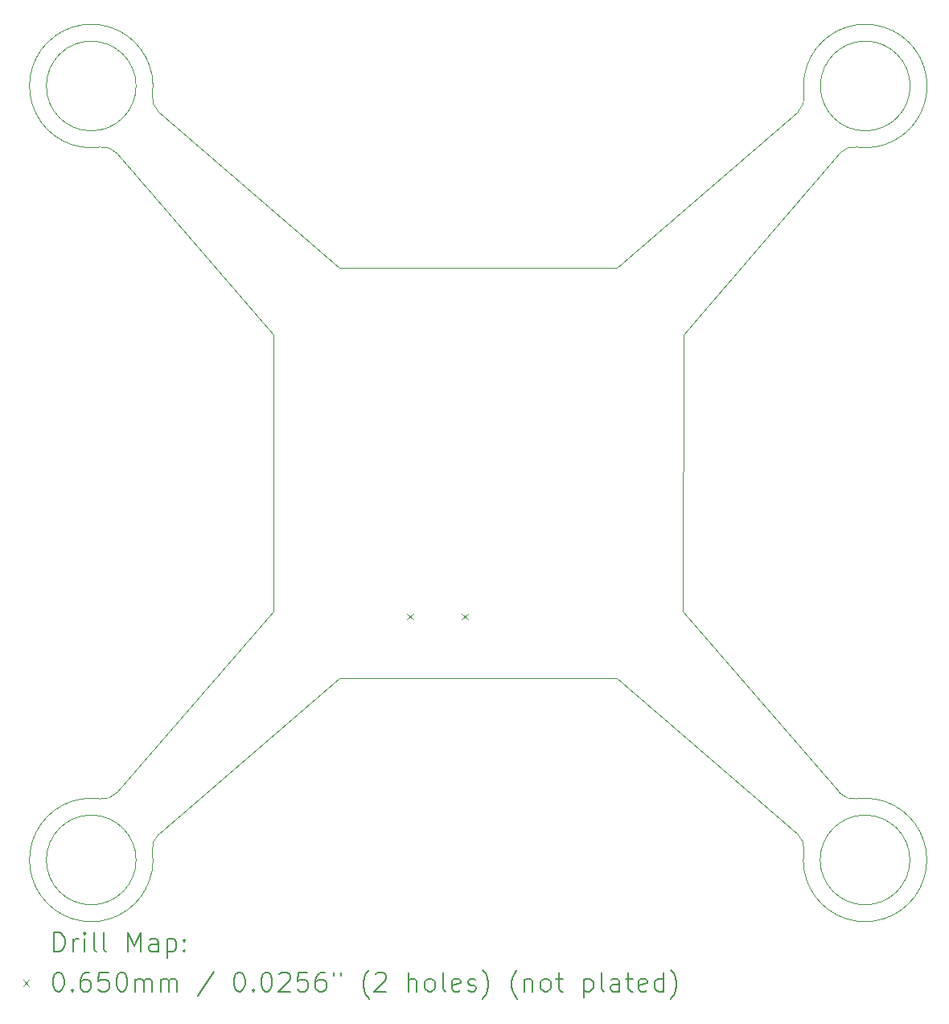
<source format=gbr>
%TF.GenerationSoftware,KiCad,Pcbnew,9.0.0*%
%TF.CreationDate,2025-04-10T22:34:47-07:00*%
%TF.ProjectId,HOPE_ESP32_Drone,484f5045-5f45-4535-9033-325f44726f6e,rev?*%
%TF.SameCoordinates,Original*%
%TF.FileFunction,Drillmap*%
%TF.FilePolarity,Positive*%
%FSLAX45Y45*%
G04 Gerber Fmt 4.5, Leading zero omitted, Abs format (unit mm)*
G04 Created by KiCad (PCBNEW 9.0.0) date 2025-04-10 22:34:47*
%MOMM*%
%LPD*%
G01*
G04 APERTURE LIST*
%ADD10C,0.100000*%
%ADD11C,0.050000*%
%ADD12C,0.049784*%
%ADD13C,0.200000*%
G04 APERTURE END LIST*
D10*
X9054870Y-11361660D02*
G75*
G02*
X8109990Y-11361660I-472440J0D01*
G01*
X8109990Y-11361660D02*
G75*
G02*
X9054870Y-11361660I472440J0D01*
G01*
D11*
X10497820Y-5831840D02*
X10497820Y-8745220D01*
D12*
X16637134Y-10718115D02*
G75*
G02*
X16085257Y-11269318I91546J-643535D01*
G01*
X16023679Y-3484880D02*
X14114780Y-5130800D01*
X9289961Y-11092180D02*
X11198860Y-9446260D01*
X16459200Y-10654119D02*
X14813280Y-8745220D01*
X8851900Y-10654120D02*
G75*
G02*
X8674762Y-10718242I-148620J133830D01*
G01*
X16021140Y-11092180D02*
G75*
G02*
X16085262Y-11269318I-133830J-148620D01*
G01*
X8674746Y-3858818D02*
G75*
G02*
X8851900Y-3922941I28524J-197972D01*
G01*
X16461740Y-3922940D02*
G75*
G02*
X16638878Y-3858818I148620J-133830D01*
G01*
D10*
X17201120Y-11361650D02*
G75*
G02*
X16256240Y-11361650I-472440J0D01*
G01*
X16256240Y-11361650D02*
G75*
G02*
X17201120Y-11361650I472440J0D01*
G01*
D12*
X16087675Y-3306946D02*
G75*
G02*
X16638878Y-3858823I643535J91546D01*
G01*
D11*
X11198860Y-9446260D02*
X14112240Y-9446260D01*
D12*
X8673966Y-3858945D02*
G75*
G02*
X9225843Y-3307742I-91546J643535D01*
G01*
D11*
X14813280Y-8745220D02*
X14815820Y-5831840D01*
D12*
X14112240Y-9446260D02*
X16021140Y-11092180D01*
D11*
X14114780Y-5130800D02*
X11198860Y-5130800D01*
D12*
X8851900Y-3922941D02*
X10497820Y-5831840D01*
D10*
X17203650Y-3215400D02*
G75*
G02*
X16258770Y-3215400I-472440J0D01*
G01*
X16258770Y-3215400D02*
G75*
G02*
X17203650Y-3215400I472440J0D01*
G01*
D12*
X10497820Y-8745220D02*
X8851900Y-10654120D01*
X14815820Y-5831840D02*
X16461740Y-3922940D01*
D10*
X9054860Y-3215410D02*
G75*
G02*
X8109980Y-3215410I-472440J0D01*
G01*
X8109980Y-3215410D02*
G75*
G02*
X9054860Y-3215410I472440J0D01*
G01*
D12*
X9289960Y-3484880D02*
G75*
G02*
X9225838Y-3307742I133830J148620D01*
G01*
X11198860Y-5130800D02*
X9289960Y-3484880D01*
X9225838Y-11269334D02*
G75*
G02*
X9289961Y-11092180I197972J28524D01*
G01*
X16087802Y-3307726D02*
G75*
G02*
X16023679Y-3484880I-197972J-28524D01*
G01*
X9225965Y-11270114D02*
G75*
G02*
X8674762Y-10718237I-643535J-91546D01*
G01*
X16636354Y-10718242D02*
G75*
G02*
X16459200Y-10654119I-28524J197972D01*
G01*
D13*
D10*
X11906060Y-8768900D02*
X11971060Y-8833900D01*
X11971060Y-8768900D02*
X11906060Y-8833900D01*
X12484060Y-8768900D02*
X12549060Y-8833900D01*
X12549060Y-8768900D02*
X12484060Y-8833900D01*
D13*
X8190694Y-12325647D02*
X8190694Y-12125647D01*
X8190694Y-12125647D02*
X8238313Y-12125647D01*
X8238313Y-12125647D02*
X8266884Y-12135171D01*
X8266884Y-12135171D02*
X8285932Y-12154218D01*
X8285932Y-12154218D02*
X8295456Y-12173266D01*
X8295456Y-12173266D02*
X8304979Y-12211361D01*
X8304979Y-12211361D02*
X8304979Y-12239932D01*
X8304979Y-12239932D02*
X8295456Y-12278028D01*
X8295456Y-12278028D02*
X8285932Y-12297075D01*
X8285932Y-12297075D02*
X8266884Y-12316123D01*
X8266884Y-12316123D02*
X8238313Y-12325647D01*
X8238313Y-12325647D02*
X8190694Y-12325647D01*
X8390694Y-12325647D02*
X8390694Y-12192313D01*
X8390694Y-12230409D02*
X8400218Y-12211361D01*
X8400218Y-12211361D02*
X8409741Y-12201837D01*
X8409741Y-12201837D02*
X8428789Y-12192313D01*
X8428789Y-12192313D02*
X8447837Y-12192313D01*
X8514503Y-12325647D02*
X8514503Y-12192313D01*
X8514503Y-12125647D02*
X8504980Y-12135171D01*
X8504980Y-12135171D02*
X8514503Y-12144694D01*
X8514503Y-12144694D02*
X8524027Y-12135171D01*
X8524027Y-12135171D02*
X8514503Y-12125647D01*
X8514503Y-12125647D02*
X8514503Y-12144694D01*
X8638313Y-12325647D02*
X8619265Y-12316123D01*
X8619265Y-12316123D02*
X8609741Y-12297075D01*
X8609741Y-12297075D02*
X8609741Y-12125647D01*
X8743075Y-12325647D02*
X8724027Y-12316123D01*
X8724027Y-12316123D02*
X8714503Y-12297075D01*
X8714503Y-12297075D02*
X8714503Y-12125647D01*
X8971646Y-12325647D02*
X8971646Y-12125647D01*
X8971646Y-12125647D02*
X9038313Y-12268504D01*
X9038313Y-12268504D02*
X9104980Y-12125647D01*
X9104980Y-12125647D02*
X9104980Y-12325647D01*
X9285932Y-12325647D02*
X9285932Y-12220885D01*
X9285932Y-12220885D02*
X9276408Y-12201837D01*
X9276408Y-12201837D02*
X9257361Y-12192313D01*
X9257361Y-12192313D02*
X9219265Y-12192313D01*
X9219265Y-12192313D02*
X9200218Y-12201837D01*
X9285932Y-12316123D02*
X9266884Y-12325647D01*
X9266884Y-12325647D02*
X9219265Y-12325647D01*
X9219265Y-12325647D02*
X9200218Y-12316123D01*
X9200218Y-12316123D02*
X9190694Y-12297075D01*
X9190694Y-12297075D02*
X9190694Y-12278028D01*
X9190694Y-12278028D02*
X9200218Y-12258980D01*
X9200218Y-12258980D02*
X9219265Y-12249456D01*
X9219265Y-12249456D02*
X9266884Y-12249456D01*
X9266884Y-12249456D02*
X9285932Y-12239932D01*
X9381170Y-12192313D02*
X9381170Y-12392313D01*
X9381170Y-12201837D02*
X9400218Y-12192313D01*
X9400218Y-12192313D02*
X9438313Y-12192313D01*
X9438313Y-12192313D02*
X9457361Y-12201837D01*
X9457361Y-12201837D02*
X9466884Y-12211361D01*
X9466884Y-12211361D02*
X9476408Y-12230409D01*
X9476408Y-12230409D02*
X9476408Y-12287551D01*
X9476408Y-12287551D02*
X9466884Y-12306599D01*
X9466884Y-12306599D02*
X9457361Y-12316123D01*
X9457361Y-12316123D02*
X9438313Y-12325647D01*
X9438313Y-12325647D02*
X9400218Y-12325647D01*
X9400218Y-12325647D02*
X9381170Y-12316123D01*
X9562122Y-12306599D02*
X9571646Y-12316123D01*
X9571646Y-12316123D02*
X9562122Y-12325647D01*
X9562122Y-12325647D02*
X9552599Y-12316123D01*
X9552599Y-12316123D02*
X9562122Y-12306599D01*
X9562122Y-12306599D02*
X9562122Y-12325647D01*
X9562122Y-12201837D02*
X9571646Y-12211361D01*
X9571646Y-12211361D02*
X9562122Y-12220885D01*
X9562122Y-12220885D02*
X9552599Y-12211361D01*
X9552599Y-12211361D02*
X9562122Y-12201837D01*
X9562122Y-12201837D02*
X9562122Y-12220885D01*
D10*
X7864917Y-12621663D02*
X7929917Y-12686663D01*
X7929917Y-12621663D02*
X7864917Y-12686663D01*
D13*
X8228789Y-12545647D02*
X8247837Y-12545647D01*
X8247837Y-12545647D02*
X8266884Y-12555171D01*
X8266884Y-12555171D02*
X8276408Y-12564694D01*
X8276408Y-12564694D02*
X8285932Y-12583742D01*
X8285932Y-12583742D02*
X8295456Y-12621837D01*
X8295456Y-12621837D02*
X8295456Y-12669456D01*
X8295456Y-12669456D02*
X8285932Y-12707551D01*
X8285932Y-12707551D02*
X8276408Y-12726599D01*
X8276408Y-12726599D02*
X8266884Y-12736123D01*
X8266884Y-12736123D02*
X8247837Y-12745647D01*
X8247837Y-12745647D02*
X8228789Y-12745647D01*
X8228789Y-12745647D02*
X8209741Y-12736123D01*
X8209741Y-12736123D02*
X8200218Y-12726599D01*
X8200218Y-12726599D02*
X8190694Y-12707551D01*
X8190694Y-12707551D02*
X8181170Y-12669456D01*
X8181170Y-12669456D02*
X8181170Y-12621837D01*
X8181170Y-12621837D02*
X8190694Y-12583742D01*
X8190694Y-12583742D02*
X8200218Y-12564694D01*
X8200218Y-12564694D02*
X8209741Y-12555171D01*
X8209741Y-12555171D02*
X8228789Y-12545647D01*
X8381170Y-12726599D02*
X8390694Y-12736123D01*
X8390694Y-12736123D02*
X8381170Y-12745647D01*
X8381170Y-12745647D02*
X8371646Y-12736123D01*
X8371646Y-12736123D02*
X8381170Y-12726599D01*
X8381170Y-12726599D02*
X8381170Y-12745647D01*
X8562122Y-12545647D02*
X8524027Y-12545647D01*
X8524027Y-12545647D02*
X8504980Y-12555171D01*
X8504980Y-12555171D02*
X8495456Y-12564694D01*
X8495456Y-12564694D02*
X8476408Y-12593266D01*
X8476408Y-12593266D02*
X8466884Y-12631361D01*
X8466884Y-12631361D02*
X8466884Y-12707551D01*
X8466884Y-12707551D02*
X8476408Y-12726599D01*
X8476408Y-12726599D02*
X8485932Y-12736123D01*
X8485932Y-12736123D02*
X8504980Y-12745647D01*
X8504980Y-12745647D02*
X8543075Y-12745647D01*
X8543075Y-12745647D02*
X8562122Y-12736123D01*
X8562122Y-12736123D02*
X8571646Y-12726599D01*
X8571646Y-12726599D02*
X8581170Y-12707551D01*
X8581170Y-12707551D02*
X8581170Y-12659932D01*
X8581170Y-12659932D02*
X8571646Y-12640885D01*
X8571646Y-12640885D02*
X8562122Y-12631361D01*
X8562122Y-12631361D02*
X8543075Y-12621837D01*
X8543075Y-12621837D02*
X8504980Y-12621837D01*
X8504980Y-12621837D02*
X8485932Y-12631361D01*
X8485932Y-12631361D02*
X8476408Y-12640885D01*
X8476408Y-12640885D02*
X8466884Y-12659932D01*
X8762122Y-12545647D02*
X8666884Y-12545647D01*
X8666884Y-12545647D02*
X8657361Y-12640885D01*
X8657361Y-12640885D02*
X8666884Y-12631361D01*
X8666884Y-12631361D02*
X8685932Y-12621837D01*
X8685932Y-12621837D02*
X8733551Y-12621837D01*
X8733551Y-12621837D02*
X8752599Y-12631361D01*
X8752599Y-12631361D02*
X8762122Y-12640885D01*
X8762122Y-12640885D02*
X8771646Y-12659932D01*
X8771646Y-12659932D02*
X8771646Y-12707551D01*
X8771646Y-12707551D02*
X8762122Y-12726599D01*
X8762122Y-12726599D02*
X8752599Y-12736123D01*
X8752599Y-12736123D02*
X8733551Y-12745647D01*
X8733551Y-12745647D02*
X8685932Y-12745647D01*
X8685932Y-12745647D02*
X8666884Y-12736123D01*
X8666884Y-12736123D02*
X8657361Y-12726599D01*
X8895456Y-12545647D02*
X8914503Y-12545647D01*
X8914503Y-12545647D02*
X8933551Y-12555171D01*
X8933551Y-12555171D02*
X8943075Y-12564694D01*
X8943075Y-12564694D02*
X8952599Y-12583742D01*
X8952599Y-12583742D02*
X8962122Y-12621837D01*
X8962122Y-12621837D02*
X8962122Y-12669456D01*
X8962122Y-12669456D02*
X8952599Y-12707551D01*
X8952599Y-12707551D02*
X8943075Y-12726599D01*
X8943075Y-12726599D02*
X8933551Y-12736123D01*
X8933551Y-12736123D02*
X8914503Y-12745647D01*
X8914503Y-12745647D02*
X8895456Y-12745647D01*
X8895456Y-12745647D02*
X8876408Y-12736123D01*
X8876408Y-12736123D02*
X8866884Y-12726599D01*
X8866884Y-12726599D02*
X8857361Y-12707551D01*
X8857361Y-12707551D02*
X8847837Y-12669456D01*
X8847837Y-12669456D02*
X8847837Y-12621837D01*
X8847837Y-12621837D02*
X8857361Y-12583742D01*
X8857361Y-12583742D02*
X8866884Y-12564694D01*
X8866884Y-12564694D02*
X8876408Y-12555171D01*
X8876408Y-12555171D02*
X8895456Y-12545647D01*
X9047837Y-12745647D02*
X9047837Y-12612313D01*
X9047837Y-12631361D02*
X9057361Y-12621837D01*
X9057361Y-12621837D02*
X9076408Y-12612313D01*
X9076408Y-12612313D02*
X9104980Y-12612313D01*
X9104980Y-12612313D02*
X9124027Y-12621837D01*
X9124027Y-12621837D02*
X9133551Y-12640885D01*
X9133551Y-12640885D02*
X9133551Y-12745647D01*
X9133551Y-12640885D02*
X9143075Y-12621837D01*
X9143075Y-12621837D02*
X9162122Y-12612313D01*
X9162122Y-12612313D02*
X9190694Y-12612313D01*
X9190694Y-12612313D02*
X9209742Y-12621837D01*
X9209742Y-12621837D02*
X9219265Y-12640885D01*
X9219265Y-12640885D02*
X9219265Y-12745647D01*
X9314503Y-12745647D02*
X9314503Y-12612313D01*
X9314503Y-12631361D02*
X9324027Y-12621837D01*
X9324027Y-12621837D02*
X9343075Y-12612313D01*
X9343075Y-12612313D02*
X9371646Y-12612313D01*
X9371646Y-12612313D02*
X9390694Y-12621837D01*
X9390694Y-12621837D02*
X9400218Y-12640885D01*
X9400218Y-12640885D02*
X9400218Y-12745647D01*
X9400218Y-12640885D02*
X9409742Y-12621837D01*
X9409742Y-12621837D02*
X9428789Y-12612313D01*
X9428789Y-12612313D02*
X9457361Y-12612313D01*
X9457361Y-12612313D02*
X9476408Y-12621837D01*
X9476408Y-12621837D02*
X9485932Y-12640885D01*
X9485932Y-12640885D02*
X9485932Y-12745647D01*
X9876408Y-12536123D02*
X9704980Y-12793266D01*
X10133551Y-12545647D02*
X10152599Y-12545647D01*
X10152599Y-12545647D02*
X10171646Y-12555171D01*
X10171646Y-12555171D02*
X10181170Y-12564694D01*
X10181170Y-12564694D02*
X10190694Y-12583742D01*
X10190694Y-12583742D02*
X10200218Y-12621837D01*
X10200218Y-12621837D02*
X10200218Y-12669456D01*
X10200218Y-12669456D02*
X10190694Y-12707551D01*
X10190694Y-12707551D02*
X10181170Y-12726599D01*
X10181170Y-12726599D02*
X10171646Y-12736123D01*
X10171646Y-12736123D02*
X10152599Y-12745647D01*
X10152599Y-12745647D02*
X10133551Y-12745647D01*
X10133551Y-12745647D02*
X10114504Y-12736123D01*
X10114504Y-12736123D02*
X10104980Y-12726599D01*
X10104980Y-12726599D02*
X10095456Y-12707551D01*
X10095456Y-12707551D02*
X10085932Y-12669456D01*
X10085932Y-12669456D02*
X10085932Y-12621837D01*
X10085932Y-12621837D02*
X10095456Y-12583742D01*
X10095456Y-12583742D02*
X10104980Y-12564694D01*
X10104980Y-12564694D02*
X10114504Y-12555171D01*
X10114504Y-12555171D02*
X10133551Y-12545647D01*
X10285932Y-12726599D02*
X10295456Y-12736123D01*
X10295456Y-12736123D02*
X10285932Y-12745647D01*
X10285932Y-12745647D02*
X10276408Y-12736123D01*
X10276408Y-12736123D02*
X10285932Y-12726599D01*
X10285932Y-12726599D02*
X10285932Y-12745647D01*
X10419265Y-12545647D02*
X10438313Y-12545647D01*
X10438313Y-12545647D02*
X10457361Y-12555171D01*
X10457361Y-12555171D02*
X10466885Y-12564694D01*
X10466885Y-12564694D02*
X10476408Y-12583742D01*
X10476408Y-12583742D02*
X10485932Y-12621837D01*
X10485932Y-12621837D02*
X10485932Y-12669456D01*
X10485932Y-12669456D02*
X10476408Y-12707551D01*
X10476408Y-12707551D02*
X10466885Y-12726599D01*
X10466885Y-12726599D02*
X10457361Y-12736123D01*
X10457361Y-12736123D02*
X10438313Y-12745647D01*
X10438313Y-12745647D02*
X10419265Y-12745647D01*
X10419265Y-12745647D02*
X10400218Y-12736123D01*
X10400218Y-12736123D02*
X10390694Y-12726599D01*
X10390694Y-12726599D02*
X10381170Y-12707551D01*
X10381170Y-12707551D02*
X10371646Y-12669456D01*
X10371646Y-12669456D02*
X10371646Y-12621837D01*
X10371646Y-12621837D02*
X10381170Y-12583742D01*
X10381170Y-12583742D02*
X10390694Y-12564694D01*
X10390694Y-12564694D02*
X10400218Y-12555171D01*
X10400218Y-12555171D02*
X10419265Y-12545647D01*
X10562123Y-12564694D02*
X10571646Y-12555171D01*
X10571646Y-12555171D02*
X10590694Y-12545647D01*
X10590694Y-12545647D02*
X10638313Y-12545647D01*
X10638313Y-12545647D02*
X10657361Y-12555171D01*
X10657361Y-12555171D02*
X10666885Y-12564694D01*
X10666885Y-12564694D02*
X10676408Y-12583742D01*
X10676408Y-12583742D02*
X10676408Y-12602790D01*
X10676408Y-12602790D02*
X10666885Y-12631361D01*
X10666885Y-12631361D02*
X10552599Y-12745647D01*
X10552599Y-12745647D02*
X10676408Y-12745647D01*
X10857361Y-12545647D02*
X10762123Y-12545647D01*
X10762123Y-12545647D02*
X10752599Y-12640885D01*
X10752599Y-12640885D02*
X10762123Y-12631361D01*
X10762123Y-12631361D02*
X10781170Y-12621837D01*
X10781170Y-12621837D02*
X10828789Y-12621837D01*
X10828789Y-12621837D02*
X10847837Y-12631361D01*
X10847837Y-12631361D02*
X10857361Y-12640885D01*
X10857361Y-12640885D02*
X10866885Y-12659932D01*
X10866885Y-12659932D02*
X10866885Y-12707551D01*
X10866885Y-12707551D02*
X10857361Y-12726599D01*
X10857361Y-12726599D02*
X10847837Y-12736123D01*
X10847837Y-12736123D02*
X10828789Y-12745647D01*
X10828789Y-12745647D02*
X10781170Y-12745647D01*
X10781170Y-12745647D02*
X10762123Y-12736123D01*
X10762123Y-12736123D02*
X10752599Y-12726599D01*
X11038313Y-12545647D02*
X11000218Y-12545647D01*
X11000218Y-12545647D02*
X10981170Y-12555171D01*
X10981170Y-12555171D02*
X10971646Y-12564694D01*
X10971646Y-12564694D02*
X10952599Y-12593266D01*
X10952599Y-12593266D02*
X10943075Y-12631361D01*
X10943075Y-12631361D02*
X10943075Y-12707551D01*
X10943075Y-12707551D02*
X10952599Y-12726599D01*
X10952599Y-12726599D02*
X10962123Y-12736123D01*
X10962123Y-12736123D02*
X10981170Y-12745647D01*
X10981170Y-12745647D02*
X11019266Y-12745647D01*
X11019266Y-12745647D02*
X11038313Y-12736123D01*
X11038313Y-12736123D02*
X11047837Y-12726599D01*
X11047837Y-12726599D02*
X11057361Y-12707551D01*
X11057361Y-12707551D02*
X11057361Y-12659932D01*
X11057361Y-12659932D02*
X11047837Y-12640885D01*
X11047837Y-12640885D02*
X11038313Y-12631361D01*
X11038313Y-12631361D02*
X11019266Y-12621837D01*
X11019266Y-12621837D02*
X10981170Y-12621837D01*
X10981170Y-12621837D02*
X10962123Y-12631361D01*
X10962123Y-12631361D02*
X10952599Y-12640885D01*
X10952599Y-12640885D02*
X10943075Y-12659932D01*
X11133551Y-12545647D02*
X11133551Y-12583742D01*
X11209742Y-12545647D02*
X11209742Y-12583742D01*
X11504980Y-12821837D02*
X11495456Y-12812313D01*
X11495456Y-12812313D02*
X11476408Y-12783742D01*
X11476408Y-12783742D02*
X11466885Y-12764694D01*
X11466885Y-12764694D02*
X11457361Y-12736123D01*
X11457361Y-12736123D02*
X11447837Y-12688504D01*
X11447837Y-12688504D02*
X11447837Y-12650409D01*
X11447837Y-12650409D02*
X11457361Y-12602790D01*
X11457361Y-12602790D02*
X11466885Y-12574218D01*
X11466885Y-12574218D02*
X11476408Y-12555171D01*
X11476408Y-12555171D02*
X11495456Y-12526599D01*
X11495456Y-12526599D02*
X11504980Y-12517075D01*
X11571646Y-12564694D02*
X11581170Y-12555171D01*
X11581170Y-12555171D02*
X11600218Y-12545647D01*
X11600218Y-12545647D02*
X11647837Y-12545647D01*
X11647837Y-12545647D02*
X11666885Y-12555171D01*
X11666885Y-12555171D02*
X11676408Y-12564694D01*
X11676408Y-12564694D02*
X11685932Y-12583742D01*
X11685932Y-12583742D02*
X11685932Y-12602790D01*
X11685932Y-12602790D02*
X11676408Y-12631361D01*
X11676408Y-12631361D02*
X11562123Y-12745647D01*
X11562123Y-12745647D02*
X11685932Y-12745647D01*
X11924027Y-12745647D02*
X11924027Y-12545647D01*
X12009742Y-12745647D02*
X12009742Y-12640885D01*
X12009742Y-12640885D02*
X12000218Y-12621837D01*
X12000218Y-12621837D02*
X11981170Y-12612313D01*
X11981170Y-12612313D02*
X11952599Y-12612313D01*
X11952599Y-12612313D02*
X11933551Y-12621837D01*
X11933551Y-12621837D02*
X11924027Y-12631361D01*
X12133551Y-12745647D02*
X12114504Y-12736123D01*
X12114504Y-12736123D02*
X12104980Y-12726599D01*
X12104980Y-12726599D02*
X12095456Y-12707551D01*
X12095456Y-12707551D02*
X12095456Y-12650409D01*
X12095456Y-12650409D02*
X12104980Y-12631361D01*
X12104980Y-12631361D02*
X12114504Y-12621837D01*
X12114504Y-12621837D02*
X12133551Y-12612313D01*
X12133551Y-12612313D02*
X12162123Y-12612313D01*
X12162123Y-12612313D02*
X12181170Y-12621837D01*
X12181170Y-12621837D02*
X12190694Y-12631361D01*
X12190694Y-12631361D02*
X12200218Y-12650409D01*
X12200218Y-12650409D02*
X12200218Y-12707551D01*
X12200218Y-12707551D02*
X12190694Y-12726599D01*
X12190694Y-12726599D02*
X12181170Y-12736123D01*
X12181170Y-12736123D02*
X12162123Y-12745647D01*
X12162123Y-12745647D02*
X12133551Y-12745647D01*
X12314504Y-12745647D02*
X12295456Y-12736123D01*
X12295456Y-12736123D02*
X12285932Y-12717075D01*
X12285932Y-12717075D02*
X12285932Y-12545647D01*
X12466885Y-12736123D02*
X12447837Y-12745647D01*
X12447837Y-12745647D02*
X12409742Y-12745647D01*
X12409742Y-12745647D02*
X12390694Y-12736123D01*
X12390694Y-12736123D02*
X12381170Y-12717075D01*
X12381170Y-12717075D02*
X12381170Y-12640885D01*
X12381170Y-12640885D02*
X12390694Y-12621837D01*
X12390694Y-12621837D02*
X12409742Y-12612313D01*
X12409742Y-12612313D02*
X12447837Y-12612313D01*
X12447837Y-12612313D02*
X12466885Y-12621837D01*
X12466885Y-12621837D02*
X12476408Y-12640885D01*
X12476408Y-12640885D02*
X12476408Y-12659932D01*
X12476408Y-12659932D02*
X12381170Y-12678980D01*
X12552599Y-12736123D02*
X12571647Y-12745647D01*
X12571647Y-12745647D02*
X12609742Y-12745647D01*
X12609742Y-12745647D02*
X12628789Y-12736123D01*
X12628789Y-12736123D02*
X12638313Y-12717075D01*
X12638313Y-12717075D02*
X12638313Y-12707551D01*
X12638313Y-12707551D02*
X12628789Y-12688504D01*
X12628789Y-12688504D02*
X12609742Y-12678980D01*
X12609742Y-12678980D02*
X12581170Y-12678980D01*
X12581170Y-12678980D02*
X12562123Y-12669456D01*
X12562123Y-12669456D02*
X12552599Y-12650409D01*
X12552599Y-12650409D02*
X12552599Y-12640885D01*
X12552599Y-12640885D02*
X12562123Y-12621837D01*
X12562123Y-12621837D02*
X12581170Y-12612313D01*
X12581170Y-12612313D02*
X12609742Y-12612313D01*
X12609742Y-12612313D02*
X12628789Y-12621837D01*
X12704980Y-12821837D02*
X12714504Y-12812313D01*
X12714504Y-12812313D02*
X12733551Y-12783742D01*
X12733551Y-12783742D02*
X12743075Y-12764694D01*
X12743075Y-12764694D02*
X12752599Y-12736123D01*
X12752599Y-12736123D02*
X12762123Y-12688504D01*
X12762123Y-12688504D02*
X12762123Y-12650409D01*
X12762123Y-12650409D02*
X12752599Y-12602790D01*
X12752599Y-12602790D02*
X12743075Y-12574218D01*
X12743075Y-12574218D02*
X12733551Y-12555171D01*
X12733551Y-12555171D02*
X12714504Y-12526599D01*
X12714504Y-12526599D02*
X12704980Y-12517075D01*
X13066885Y-12821837D02*
X13057361Y-12812313D01*
X13057361Y-12812313D02*
X13038313Y-12783742D01*
X13038313Y-12783742D02*
X13028789Y-12764694D01*
X13028789Y-12764694D02*
X13019266Y-12736123D01*
X13019266Y-12736123D02*
X13009742Y-12688504D01*
X13009742Y-12688504D02*
X13009742Y-12650409D01*
X13009742Y-12650409D02*
X13019266Y-12602790D01*
X13019266Y-12602790D02*
X13028789Y-12574218D01*
X13028789Y-12574218D02*
X13038313Y-12555171D01*
X13038313Y-12555171D02*
X13057361Y-12526599D01*
X13057361Y-12526599D02*
X13066885Y-12517075D01*
X13143075Y-12612313D02*
X13143075Y-12745647D01*
X13143075Y-12631361D02*
X13152599Y-12621837D01*
X13152599Y-12621837D02*
X13171647Y-12612313D01*
X13171647Y-12612313D02*
X13200218Y-12612313D01*
X13200218Y-12612313D02*
X13219266Y-12621837D01*
X13219266Y-12621837D02*
X13228789Y-12640885D01*
X13228789Y-12640885D02*
X13228789Y-12745647D01*
X13352599Y-12745647D02*
X13333551Y-12736123D01*
X13333551Y-12736123D02*
X13324028Y-12726599D01*
X13324028Y-12726599D02*
X13314504Y-12707551D01*
X13314504Y-12707551D02*
X13314504Y-12650409D01*
X13314504Y-12650409D02*
X13324028Y-12631361D01*
X13324028Y-12631361D02*
X13333551Y-12621837D01*
X13333551Y-12621837D02*
X13352599Y-12612313D01*
X13352599Y-12612313D02*
X13381170Y-12612313D01*
X13381170Y-12612313D02*
X13400218Y-12621837D01*
X13400218Y-12621837D02*
X13409742Y-12631361D01*
X13409742Y-12631361D02*
X13419266Y-12650409D01*
X13419266Y-12650409D02*
X13419266Y-12707551D01*
X13419266Y-12707551D02*
X13409742Y-12726599D01*
X13409742Y-12726599D02*
X13400218Y-12736123D01*
X13400218Y-12736123D02*
X13381170Y-12745647D01*
X13381170Y-12745647D02*
X13352599Y-12745647D01*
X13476409Y-12612313D02*
X13552599Y-12612313D01*
X13504980Y-12545647D02*
X13504980Y-12717075D01*
X13504980Y-12717075D02*
X13514504Y-12736123D01*
X13514504Y-12736123D02*
X13533551Y-12745647D01*
X13533551Y-12745647D02*
X13552599Y-12745647D01*
X13771647Y-12612313D02*
X13771647Y-12812313D01*
X13771647Y-12621837D02*
X13790694Y-12612313D01*
X13790694Y-12612313D02*
X13828790Y-12612313D01*
X13828790Y-12612313D02*
X13847837Y-12621837D01*
X13847837Y-12621837D02*
X13857361Y-12631361D01*
X13857361Y-12631361D02*
X13866885Y-12650409D01*
X13866885Y-12650409D02*
X13866885Y-12707551D01*
X13866885Y-12707551D02*
X13857361Y-12726599D01*
X13857361Y-12726599D02*
X13847837Y-12736123D01*
X13847837Y-12736123D02*
X13828790Y-12745647D01*
X13828790Y-12745647D02*
X13790694Y-12745647D01*
X13790694Y-12745647D02*
X13771647Y-12736123D01*
X13981170Y-12745647D02*
X13962123Y-12736123D01*
X13962123Y-12736123D02*
X13952599Y-12717075D01*
X13952599Y-12717075D02*
X13952599Y-12545647D01*
X14143075Y-12745647D02*
X14143075Y-12640885D01*
X14143075Y-12640885D02*
X14133551Y-12621837D01*
X14133551Y-12621837D02*
X14114504Y-12612313D01*
X14114504Y-12612313D02*
X14076409Y-12612313D01*
X14076409Y-12612313D02*
X14057361Y-12621837D01*
X14143075Y-12736123D02*
X14124028Y-12745647D01*
X14124028Y-12745647D02*
X14076409Y-12745647D01*
X14076409Y-12745647D02*
X14057361Y-12736123D01*
X14057361Y-12736123D02*
X14047837Y-12717075D01*
X14047837Y-12717075D02*
X14047837Y-12698028D01*
X14047837Y-12698028D02*
X14057361Y-12678980D01*
X14057361Y-12678980D02*
X14076409Y-12669456D01*
X14076409Y-12669456D02*
X14124028Y-12669456D01*
X14124028Y-12669456D02*
X14143075Y-12659932D01*
X14209742Y-12612313D02*
X14285932Y-12612313D01*
X14238313Y-12545647D02*
X14238313Y-12717075D01*
X14238313Y-12717075D02*
X14247837Y-12736123D01*
X14247837Y-12736123D02*
X14266885Y-12745647D01*
X14266885Y-12745647D02*
X14285932Y-12745647D01*
X14428790Y-12736123D02*
X14409742Y-12745647D01*
X14409742Y-12745647D02*
X14371647Y-12745647D01*
X14371647Y-12745647D02*
X14352599Y-12736123D01*
X14352599Y-12736123D02*
X14343075Y-12717075D01*
X14343075Y-12717075D02*
X14343075Y-12640885D01*
X14343075Y-12640885D02*
X14352599Y-12621837D01*
X14352599Y-12621837D02*
X14371647Y-12612313D01*
X14371647Y-12612313D02*
X14409742Y-12612313D01*
X14409742Y-12612313D02*
X14428790Y-12621837D01*
X14428790Y-12621837D02*
X14438313Y-12640885D01*
X14438313Y-12640885D02*
X14438313Y-12659932D01*
X14438313Y-12659932D02*
X14343075Y-12678980D01*
X14609742Y-12745647D02*
X14609742Y-12545647D01*
X14609742Y-12736123D02*
X14590694Y-12745647D01*
X14590694Y-12745647D02*
X14552599Y-12745647D01*
X14552599Y-12745647D02*
X14533551Y-12736123D01*
X14533551Y-12736123D02*
X14524028Y-12726599D01*
X14524028Y-12726599D02*
X14514504Y-12707551D01*
X14514504Y-12707551D02*
X14514504Y-12650409D01*
X14514504Y-12650409D02*
X14524028Y-12631361D01*
X14524028Y-12631361D02*
X14533551Y-12621837D01*
X14533551Y-12621837D02*
X14552599Y-12612313D01*
X14552599Y-12612313D02*
X14590694Y-12612313D01*
X14590694Y-12612313D02*
X14609742Y-12621837D01*
X14685932Y-12821837D02*
X14695456Y-12812313D01*
X14695456Y-12812313D02*
X14714504Y-12783742D01*
X14714504Y-12783742D02*
X14724028Y-12764694D01*
X14724028Y-12764694D02*
X14733551Y-12736123D01*
X14733551Y-12736123D02*
X14743075Y-12688504D01*
X14743075Y-12688504D02*
X14743075Y-12650409D01*
X14743075Y-12650409D02*
X14733551Y-12602790D01*
X14733551Y-12602790D02*
X14724028Y-12574218D01*
X14724028Y-12574218D02*
X14714504Y-12555171D01*
X14714504Y-12555171D02*
X14695456Y-12526599D01*
X14695456Y-12526599D02*
X14685932Y-12517075D01*
M02*

</source>
